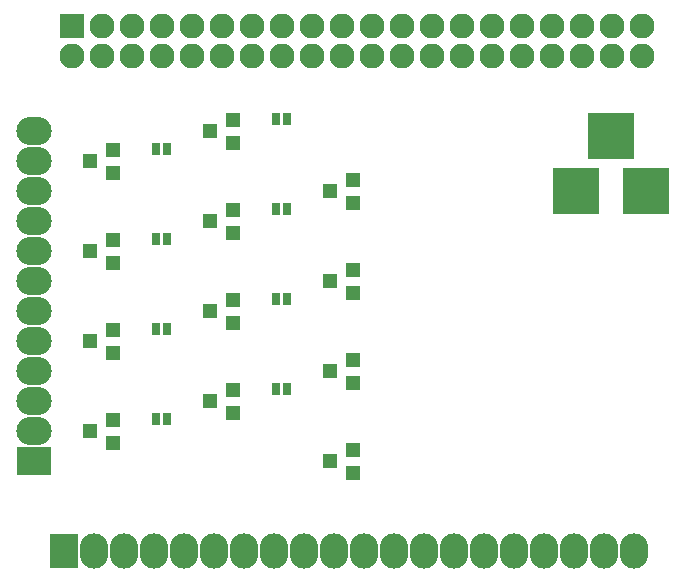
<source format=gts>
G04 #@! TF.FileFunction,Soldermask,Top*
%FSLAX46Y46*%
G04 Gerber Fmt 4.6, Leading zero omitted, Abs format (unit mm)*
G04 Created by KiCad (PCBNEW 4.0.7) date Tuesday, October 31, 2017 'AMt' 08:43:51 AM*
%MOMM*%
%LPD*%
G01*
G04 APERTURE LIST*
%ADD10C,0.100000*%
%ADD11R,2.120000X2.120000*%
%ADD12O,2.120000X2.120000*%
%ADD13R,0.800000X1.000000*%
%ADD14R,1.300000X1.200000*%
%ADD15R,3.000000X2.400000*%
%ADD16O,3.000000X2.400000*%
%ADD17R,2.400000X3.000000*%
%ADD18O,2.400000X3.000000*%
%ADD19R,3.900000X3.900000*%
G04 APERTURE END LIST*
D10*
D11*
X88900000Y-54610000D03*
D12*
X91440000Y-54610000D03*
X93980000Y-54610000D03*
X96520000Y-54610000D03*
X99060000Y-54610000D03*
X101600000Y-54610000D03*
X104140000Y-54610000D03*
X106680000Y-54610000D03*
X109220000Y-54610000D03*
X111760000Y-54610000D03*
X114300000Y-54610000D03*
X116840000Y-54610000D03*
X119380000Y-54610000D03*
X121920000Y-54610000D03*
X124460000Y-54610000D03*
X127000000Y-54610000D03*
X129540000Y-54610000D03*
X132080000Y-54610000D03*
X134620000Y-54610000D03*
X137160000Y-54610000D03*
X137160000Y-57150000D03*
X134620000Y-57150000D03*
X132080000Y-57150000D03*
X129540000Y-57150000D03*
X127000000Y-57150000D03*
X124460000Y-57150000D03*
X121920000Y-57150000D03*
X119380000Y-57150000D03*
X116840000Y-57150000D03*
X114300000Y-57150000D03*
X111760000Y-57150000D03*
X109220000Y-57150000D03*
X106680000Y-57150000D03*
X104140000Y-57150000D03*
X101600000Y-57150000D03*
X99060000Y-57150000D03*
X96520000Y-57150000D03*
X93980000Y-57150000D03*
X91440000Y-57150000D03*
X88900000Y-57150000D03*
D13*
X107130000Y-62484000D03*
X106230000Y-62484000D03*
X107130000Y-70104000D03*
X106230000Y-70104000D03*
X107130000Y-77724000D03*
X106230000Y-77724000D03*
X107130000Y-85344000D03*
X106230000Y-85344000D03*
X96970000Y-65024000D03*
X96070000Y-65024000D03*
X96970000Y-72644000D03*
X96070000Y-72644000D03*
X96970000Y-80264000D03*
X96070000Y-80264000D03*
X96970000Y-87884000D03*
X96070000Y-87884000D03*
D14*
X102600000Y-64450000D03*
X102600000Y-62550000D03*
X100600000Y-63500000D03*
X102600000Y-72070000D03*
X102600000Y-70170000D03*
X100600000Y-71120000D03*
X102600000Y-79690000D03*
X102600000Y-77790000D03*
X100600000Y-78740000D03*
X102600000Y-87310000D03*
X102600000Y-85410000D03*
X100600000Y-86360000D03*
X92440000Y-66990000D03*
X92440000Y-65090000D03*
X90440000Y-66040000D03*
X92440000Y-74610000D03*
X92440000Y-72710000D03*
X90440000Y-73660000D03*
X92440000Y-82230000D03*
X92440000Y-80330000D03*
X90440000Y-81280000D03*
X92440000Y-89850000D03*
X92440000Y-87950000D03*
X90440000Y-88900000D03*
X112760000Y-69530000D03*
X112760000Y-67630000D03*
X110760000Y-68580000D03*
X112760000Y-77150000D03*
X112760000Y-75250000D03*
X110760000Y-76200000D03*
X112760000Y-84770000D03*
X112760000Y-82870000D03*
X110760000Y-83820000D03*
X112760000Y-92390000D03*
X112760000Y-90490000D03*
X110760000Y-91440000D03*
D15*
X85725000Y-91440000D03*
D16*
X85725000Y-88900000D03*
X85725000Y-86360000D03*
X85725000Y-83820000D03*
X85725000Y-81280000D03*
X85725000Y-78740000D03*
X85725000Y-76200000D03*
X85725000Y-73660000D03*
X85725000Y-71120000D03*
X85725000Y-68580000D03*
X85725000Y-66040000D03*
X85725000Y-63500000D03*
D17*
X88265000Y-99060000D03*
D18*
X90805000Y-99060000D03*
X93345000Y-99060000D03*
X95885000Y-99060000D03*
X98425000Y-99060000D03*
X100965000Y-99060000D03*
X103505000Y-99060000D03*
X106045000Y-99060000D03*
X108585000Y-99060000D03*
X111125000Y-99060000D03*
X113665000Y-99060000D03*
X116205000Y-99060000D03*
X118745000Y-99060000D03*
X121285000Y-99060000D03*
X123825000Y-99060000D03*
X126365000Y-99060000D03*
X128905000Y-99060000D03*
X131445000Y-99060000D03*
X133985000Y-99060000D03*
X136525000Y-99060000D03*
D19*
X131572000Y-68580000D03*
X137572000Y-68580000D03*
X134572000Y-63880000D03*
M02*

</source>
